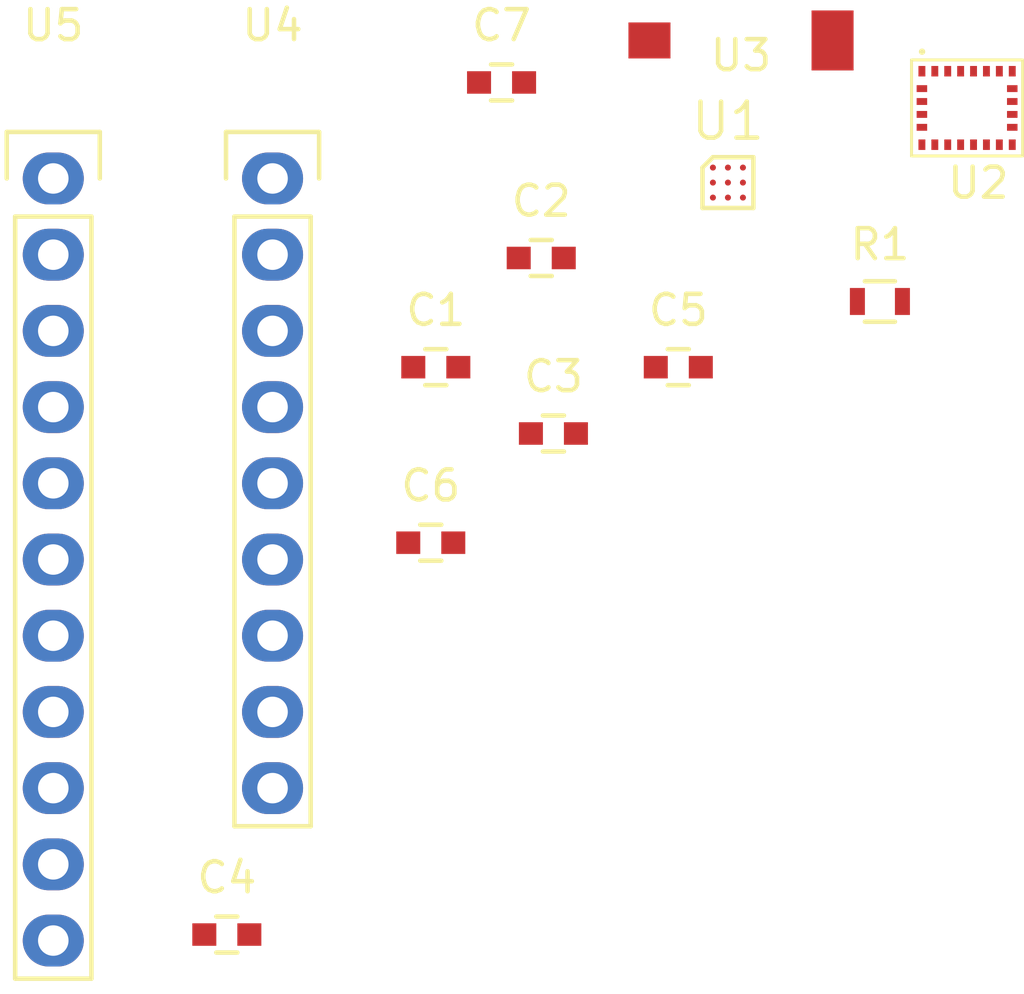
<source format=kicad_pcb>
(kicad_pcb (version 4) (host pcbnew 4.0.5)

  (general
    (links 44)
    (no_connects 44)
    (area 166.2906 102.5366 203.917305 136.6914)
    (thickness 1.6)
    (drawings 0)
    (tracks 0)
    (zones 0)
    (modules 13)
    (nets 28)
  )

  (page A4)
  (layers
    (0 F.Cu signal)
    (31 B.Cu signal)
    (34 B.Paste user)
    (35 F.Paste user)
    (36 B.SilkS user)
    (37 F.SilkS user)
    (38 B.Mask user)
    (39 F.Mask user)
    (44 Edge.Cuts user)
  )

  (setup
    (last_trace_width 0.1524)
    (trace_clearance 0.1524)
    (zone_clearance 0.508)
    (zone_45_only no)
    (trace_min 0.1524)
    (segment_width 0.2)
    (edge_width 0.1)
    (via_size 0.6858)
    (via_drill 0.3302)
    (via_min_size 0.6858)
    (via_min_drill 0.3302)
    (uvia_size 0.762)
    (uvia_drill 0.1)
    (uvias_allowed no)
    (uvia_min_size 0)
    (uvia_min_drill 0)
    (pcb_text_width 0.3)
    (pcb_text_size 1.5 1.5)
    (mod_edge_width 0.15)
    (mod_text_size 1 1)
    (mod_text_width 0.15)
    (pad_size 1.5 1.5)
    (pad_drill 0.6)
    (pad_to_mask_clearance 0)
    (aux_axis_origin 0 0)
    (visible_elements FFFFFF7F)
    (pcbplotparams
      (layerselection 0x00030_80000001)
      (usegerberextensions false)
      (excludeedgelayer true)
      (linewidth 0.100000)
      (plotframeref false)
      (viasonmask false)
      (mode 1)
      (useauxorigin false)
      (hpglpennumber 1)
      (hpglpenspeed 20)
      (hpglpendiameter 15)
      (hpglpenoverlay 2)
      (psnegative false)
      (psa4output false)
      (plotreference true)
      (plotvalue true)
      (plotinvisibletext false)
      (padsonsilk false)
      (subtractmaskfromsilk false)
      (outputformat 1)
      (mirror false)
      (drillshape 1)
      (scaleselection 1)
      (outputdirectory ""))
  )

  (net 0 "")
  (net 1 +3V3)
  (net 2 Earth)
  (net 3 "Net-(C2-Pad1)")
  (net 4 "Net-(C3-Pad2)")
  (net 5 "Net-(C4-Pad2)")
  (net 6 "Net-(C7-Pad1)")
  (net 7 "Net-(R1-Pad1)")
  (net 8 "Net-(U1-PadC1)")
  (net 9 "Net-(U1-PadA2)")
  (net 10 "Net-(U1-PadC2)")
  (net 11 "Net-(U1-PadA3)")
  (net 12 "Net-(U2-Pad2)")
  (net 13 "Net-(U2-Pad4)")
  (net 14 "Net-(U2-Pad5)")
  (net 15 "Net-(U2-Pad9)")
  (net 16 "Net-(U2-Pad8)")
  (net 17 "Net-(U2-Pad7)")
  (net 18 "Net-(U2-Pad6)")
  (net 19 "Net-(U2-Pad10)")
  (net 20 "Net-(U2-Pad11)")
  (net 21 "Net-(U2-Pad12)")
  (net 22 "Net-(U2-Pad13)")
  (net 23 "Net-(U4-PadL5)")
  (net 24 "Net-(U4-PadL4)")
  (net 25 "Net-(U4-PadL3)")
  (net 26 "Net-(U5-Pad5)")
  (net 27 "Net-(U5-Pad0)")

  (net_class Default "This is the default net class."
    (clearance 0.1524)
    (trace_width 0.1524)
    (via_dia 0.6858)
    (via_drill 0.3302)
    (uvia_dia 0.762)
    (uvia_drill 0.1)
    (add_net +3V3)
    (add_net Earth)
    (add_net "Net-(C2-Pad1)")
    (add_net "Net-(C3-Pad2)")
    (add_net "Net-(C4-Pad2)")
    (add_net "Net-(C7-Pad1)")
    (add_net "Net-(R1-Pad1)")
    (add_net "Net-(U1-PadA2)")
    (add_net "Net-(U1-PadA3)")
    (add_net "Net-(U1-PadC1)")
    (add_net "Net-(U1-PadC2)")
    (add_net "Net-(U2-Pad10)")
    (add_net "Net-(U2-Pad11)")
    (add_net "Net-(U2-Pad12)")
    (add_net "Net-(U2-Pad13)")
    (add_net "Net-(U2-Pad2)")
    (add_net "Net-(U2-Pad4)")
    (add_net "Net-(U2-Pad5)")
    (add_net "Net-(U2-Pad6)")
    (add_net "Net-(U2-Pad7)")
    (add_net "Net-(U2-Pad8)")
    (add_net "Net-(U2-Pad9)")
    (add_net "Net-(U4-PadL3)")
    (add_net "Net-(U4-PadL4)")
    (add_net "Net-(U4-PadL5)")
    (add_net "Net-(U5-Pad0)")
    (add_net "Net-(U5-Pad5)")
  )

  (module Capacitors_SMD:C_0603 (layer F.Cu) (tedit 5415D631) (tstamp 5A402197)
    (at 182.685857 114.854)
    (descr "Capacitor SMD 0603, reflow soldering, AVX (see smccp.pdf)")
    (tags "capacitor 0603")
    (path /5A35C3F9)
    (attr smd)
    (fp_text reference C1 (at 0 -1.9) (layer F.SilkS)
      (effects (font (size 1 1) (thickness 0.15)))
    )
    (fp_text value 0.1u (at 0 1.9) (layer F.Fab)
      (effects (font (size 1 1) (thickness 0.15)))
    )
    (fp_line (start -0.8 0.4) (end -0.8 -0.4) (layer F.Fab) (width 0.15))
    (fp_line (start 0.8 0.4) (end -0.8 0.4) (layer F.Fab) (width 0.15))
    (fp_line (start 0.8 -0.4) (end 0.8 0.4) (layer F.Fab) (width 0.15))
    (fp_line (start -0.8 -0.4) (end 0.8 -0.4) (layer F.Fab) (width 0.15))
    (fp_line (start -1.45 -0.75) (end 1.45 -0.75) (layer F.CrtYd) (width 0.05))
    (fp_line (start -1.45 0.75) (end 1.45 0.75) (layer F.CrtYd) (width 0.05))
    (fp_line (start -1.45 -0.75) (end -1.45 0.75) (layer F.CrtYd) (width 0.05))
    (fp_line (start 1.45 -0.75) (end 1.45 0.75) (layer F.CrtYd) (width 0.05))
    (fp_line (start -0.35 -0.6) (end 0.35 -0.6) (layer F.SilkS) (width 0.15))
    (fp_line (start 0.35 0.6) (end -0.35 0.6) (layer F.SilkS) (width 0.15))
    (pad 1 smd rect (at -0.75 0) (size 0.8 0.75) (layers F.Cu F.Paste F.Mask)
      (net 1 +3V3))
    (pad 2 smd rect (at 0.75 0) (size 0.8 0.75) (layers F.Cu F.Paste F.Mask)
      (net 2 Earth))
    (model Capacitors_SMD.3dshapes/C_0603.wrl
      (at (xyz 0 0 0))
      (scale (xyz 1 1 1))
      (rotate (xyz 0 0 0))
    )
  )

  (module Capacitors_SMD:C_0603 (layer F.Cu) (tedit 5415D631) (tstamp 5A4021A7)
    (at 186.198001 111.214)
    (descr "Capacitor SMD 0603, reflow soldering, AVX (see smccp.pdf)")
    (tags "capacitor 0603")
    (path /5A35BFCA)
    (attr smd)
    (fp_text reference C2 (at 0 -1.9) (layer F.SilkS)
      (effects (font (size 1 1) (thickness 0.15)))
    )
    (fp_text value 1u (at 0 1.9) (layer F.Fab)
      (effects (font (size 1 1) (thickness 0.15)))
    )
    (fp_line (start -0.8 0.4) (end -0.8 -0.4) (layer F.Fab) (width 0.15))
    (fp_line (start 0.8 0.4) (end -0.8 0.4) (layer F.Fab) (width 0.15))
    (fp_line (start 0.8 -0.4) (end 0.8 0.4) (layer F.Fab) (width 0.15))
    (fp_line (start -0.8 -0.4) (end 0.8 -0.4) (layer F.Fab) (width 0.15))
    (fp_line (start -1.45 -0.75) (end 1.45 -0.75) (layer F.CrtYd) (width 0.05))
    (fp_line (start -1.45 0.75) (end 1.45 0.75) (layer F.CrtYd) (width 0.05))
    (fp_line (start -1.45 -0.75) (end -1.45 0.75) (layer F.CrtYd) (width 0.05))
    (fp_line (start 1.45 -0.75) (end 1.45 0.75) (layer F.CrtYd) (width 0.05))
    (fp_line (start -0.35 -0.6) (end 0.35 -0.6) (layer F.SilkS) (width 0.15))
    (fp_line (start 0.35 0.6) (end -0.35 0.6) (layer F.SilkS) (width 0.15))
    (pad 1 smd rect (at -0.75 0) (size 0.8 0.75) (layers F.Cu F.Paste F.Mask)
      (net 3 "Net-(C2-Pad1)"))
    (pad 2 smd rect (at 0.75 0) (size 0.8 0.75) (layers F.Cu F.Paste F.Mask)
      (net 2 Earth))
    (model Capacitors_SMD.3dshapes/C_0603.wrl
      (at (xyz 0 0 0))
      (scale (xyz 1 1 1))
      (rotate (xyz 0 0 0))
    )
  )

  (module Capacitors_SMD:C_0603 (layer F.Cu) (tedit 5415D631) (tstamp 5A4021B7)
    (at 186.603952 117.064)
    (descr "Capacitor SMD 0603, reflow soldering, AVX (see smccp.pdf)")
    (tags "capacitor 0603")
    (path /5A3726A0)
    (attr smd)
    (fp_text reference C3 (at 0 -1.9) (layer F.SilkS)
      (effects (font (size 1 1) (thickness 0.15)))
    )
    (fp_text value 100n (at 0 1.9) (layer F.Fab)
      (effects (font (size 1 1) (thickness 0.15)))
    )
    (fp_line (start -0.8 0.4) (end -0.8 -0.4) (layer F.Fab) (width 0.15))
    (fp_line (start 0.8 0.4) (end -0.8 0.4) (layer F.Fab) (width 0.15))
    (fp_line (start 0.8 -0.4) (end 0.8 0.4) (layer F.Fab) (width 0.15))
    (fp_line (start -0.8 -0.4) (end 0.8 -0.4) (layer F.Fab) (width 0.15))
    (fp_line (start -1.45 -0.75) (end 1.45 -0.75) (layer F.CrtYd) (width 0.05))
    (fp_line (start -1.45 0.75) (end 1.45 0.75) (layer F.CrtYd) (width 0.05))
    (fp_line (start -1.45 -0.75) (end -1.45 0.75) (layer F.CrtYd) (width 0.05))
    (fp_line (start 1.45 -0.75) (end 1.45 0.75) (layer F.CrtYd) (width 0.05))
    (fp_line (start -0.35 -0.6) (end 0.35 -0.6) (layer F.SilkS) (width 0.15))
    (fp_line (start 0.35 0.6) (end -0.35 0.6) (layer F.SilkS) (width 0.15))
    (pad 1 smd rect (at -0.75 0) (size 0.8 0.75) (layers F.Cu F.Paste F.Mask)
      (net 2 Earth))
    (pad 2 smd rect (at 0.75 0) (size 0.8 0.75) (layers F.Cu F.Paste F.Mask)
      (net 4 "Net-(C3-Pad2)"))
    (model Capacitors_SMD.3dshapes/C_0603.wrl
      (at (xyz 0 0 0))
      (scale (xyz 1 1 1))
      (rotate (xyz 0 0 0))
    )
  )

  (module Capacitors_SMD:C_0603 (layer F.Cu) (tedit 5415D631) (tstamp 5A4021C7)
    (at 175.723952 133.764)
    (descr "Capacitor SMD 0603, reflow soldering, AVX (see smccp.pdf)")
    (tags "capacitor 0603")
    (path /5A371D96)
    (attr smd)
    (fp_text reference C4 (at 0 -1.9) (layer F.SilkS)
      (effects (font (size 1 1) (thickness 0.15)))
    )
    (fp_text value 100n (at 0 1.9) (layer F.Fab)
      (effects (font (size 1 1) (thickness 0.15)))
    )
    (fp_line (start -0.8 0.4) (end -0.8 -0.4) (layer F.Fab) (width 0.15))
    (fp_line (start 0.8 0.4) (end -0.8 0.4) (layer F.Fab) (width 0.15))
    (fp_line (start 0.8 -0.4) (end 0.8 0.4) (layer F.Fab) (width 0.15))
    (fp_line (start -0.8 -0.4) (end 0.8 -0.4) (layer F.Fab) (width 0.15))
    (fp_line (start -1.45 -0.75) (end 1.45 -0.75) (layer F.CrtYd) (width 0.05))
    (fp_line (start -1.45 0.75) (end 1.45 0.75) (layer F.CrtYd) (width 0.05))
    (fp_line (start -1.45 -0.75) (end -1.45 0.75) (layer F.CrtYd) (width 0.05))
    (fp_line (start 1.45 -0.75) (end 1.45 0.75) (layer F.CrtYd) (width 0.05))
    (fp_line (start -0.35 -0.6) (end 0.35 -0.6) (layer F.SilkS) (width 0.15))
    (fp_line (start 0.35 0.6) (end -0.35 0.6) (layer F.SilkS) (width 0.15))
    (pad 1 smd rect (at -0.75 0) (size 0.8 0.75) (layers F.Cu F.Paste F.Mask)
      (net 2 Earth))
    (pad 2 smd rect (at 0.75 0) (size 0.8 0.75) (layers F.Cu F.Paste F.Mask)
      (net 5 "Net-(C4-Pad2)"))
    (model Capacitors_SMD.3dshapes/C_0603.wrl
      (at (xyz 0 0 0))
      (scale (xyz 1 1 1))
      (rotate (xyz 0 0 0))
    )
  )

  (module Capacitors_SMD:C_0603 (layer F.Cu) (tedit 5415D631) (tstamp 5A4021D7)
    (at 190.763952 114.854)
    (descr "Capacitor SMD 0603, reflow soldering, AVX (see smccp.pdf)")
    (tags "capacitor 0603")
    (path /5A3725F1)
    (attr smd)
    (fp_text reference C5 (at 0 -1.9) (layer F.SilkS)
      (effects (font (size 1 1) (thickness 0.15)))
    )
    (fp_text value 100n (at 0 1.9) (layer F.Fab)
      (effects (font (size 1 1) (thickness 0.15)))
    )
    (fp_line (start -0.8 0.4) (end -0.8 -0.4) (layer F.Fab) (width 0.15))
    (fp_line (start 0.8 0.4) (end -0.8 0.4) (layer F.Fab) (width 0.15))
    (fp_line (start 0.8 -0.4) (end 0.8 0.4) (layer F.Fab) (width 0.15))
    (fp_line (start -0.8 -0.4) (end 0.8 -0.4) (layer F.Fab) (width 0.15))
    (fp_line (start -1.45 -0.75) (end 1.45 -0.75) (layer F.CrtYd) (width 0.05))
    (fp_line (start -1.45 0.75) (end 1.45 0.75) (layer F.CrtYd) (width 0.05))
    (fp_line (start -1.45 -0.75) (end -1.45 0.75) (layer F.CrtYd) (width 0.05))
    (fp_line (start 1.45 -0.75) (end 1.45 0.75) (layer F.CrtYd) (width 0.05))
    (fp_line (start -0.35 -0.6) (end 0.35 -0.6) (layer F.SilkS) (width 0.15))
    (fp_line (start 0.35 0.6) (end -0.35 0.6) (layer F.SilkS) (width 0.15))
    (pad 1 smd rect (at -0.75 0) (size 0.8 0.75) (layers F.Cu F.Paste F.Mask)
      (net 5 "Net-(C4-Pad2)"))
    (pad 2 smd rect (at 0.75 0) (size 0.8 0.75) (layers F.Cu F.Paste F.Mask)
      (net 2 Earth))
    (model Capacitors_SMD.3dshapes/C_0603.wrl
      (at (xyz 0 0 0))
      (scale (xyz 1 1 1))
      (rotate (xyz 0 0 0))
    )
  )

  (module Capacitors_SMD:C_0603 (layer F.Cu) (tedit 5415D631) (tstamp 5A4021E7)
    (at 182.518001 120.704)
    (descr "Capacitor SMD 0603, reflow soldering, AVX (see smccp.pdf)")
    (tags "capacitor 0603")
    (path /5A372646)
    (attr smd)
    (fp_text reference C6 (at 0 -1.9) (layer F.SilkS)
      (effects (font (size 1 1) (thickness 0.15)))
    )
    (fp_text value 10u (at 0 1.9) (layer F.Fab)
      (effects (font (size 1 1) (thickness 0.15)))
    )
    (fp_line (start -0.8 0.4) (end -0.8 -0.4) (layer F.Fab) (width 0.15))
    (fp_line (start 0.8 0.4) (end -0.8 0.4) (layer F.Fab) (width 0.15))
    (fp_line (start 0.8 -0.4) (end 0.8 0.4) (layer F.Fab) (width 0.15))
    (fp_line (start -0.8 -0.4) (end 0.8 -0.4) (layer F.Fab) (width 0.15))
    (fp_line (start -1.45 -0.75) (end 1.45 -0.75) (layer F.CrtYd) (width 0.05))
    (fp_line (start -1.45 0.75) (end 1.45 0.75) (layer F.CrtYd) (width 0.05))
    (fp_line (start -1.45 -0.75) (end -1.45 0.75) (layer F.CrtYd) (width 0.05))
    (fp_line (start 1.45 -0.75) (end 1.45 0.75) (layer F.CrtYd) (width 0.05))
    (fp_line (start -0.35 -0.6) (end 0.35 -0.6) (layer F.SilkS) (width 0.15))
    (fp_line (start 0.35 0.6) (end -0.35 0.6) (layer F.SilkS) (width 0.15))
    (pad 1 smd rect (at -0.75 0) (size 0.8 0.75) (layers F.Cu F.Paste F.Mask)
      (net 5 "Net-(C4-Pad2)"))
    (pad 2 smd rect (at 0.75 0) (size 0.8 0.75) (layers F.Cu F.Paste F.Mask)
      (net 2 Earth))
    (model Capacitors_SMD.3dshapes/C_0603.wrl
      (at (xyz 0 0 0))
      (scale (xyz 1 1 1))
      (rotate (xyz 0 0 0))
    )
  )

  (module Capacitors_SMD:C_0603 (layer F.Cu) (tedit 5415D631) (tstamp 5A4021F7)
    (at 184.876334 105.364)
    (descr "Capacitor SMD 0603, reflow soldering, AVX (see smccp.pdf)")
    (tags "capacitor 0603")
    (path /5A372C70)
    (attr smd)
    (fp_text reference C7 (at 0 -1.9) (layer F.SilkS)
      (effects (font (size 1 1) (thickness 0.15)))
    )
    (fp_text value "10n (16V)" (at 0 1.9) (layer F.Fab)
      (effects (font (size 1 1) (thickness 0.15)))
    )
    (fp_line (start -0.8 0.4) (end -0.8 -0.4) (layer F.Fab) (width 0.15))
    (fp_line (start 0.8 0.4) (end -0.8 0.4) (layer F.Fab) (width 0.15))
    (fp_line (start 0.8 -0.4) (end 0.8 0.4) (layer F.Fab) (width 0.15))
    (fp_line (start -0.8 -0.4) (end 0.8 -0.4) (layer F.Fab) (width 0.15))
    (fp_line (start -1.45 -0.75) (end 1.45 -0.75) (layer F.CrtYd) (width 0.05))
    (fp_line (start -1.45 0.75) (end 1.45 0.75) (layer F.CrtYd) (width 0.05))
    (fp_line (start -1.45 -0.75) (end -1.45 0.75) (layer F.CrtYd) (width 0.05))
    (fp_line (start 1.45 -0.75) (end 1.45 0.75) (layer F.CrtYd) (width 0.05))
    (fp_line (start -0.35 -0.6) (end 0.35 -0.6) (layer F.SilkS) (width 0.15))
    (fp_line (start 0.35 0.6) (end -0.35 0.6) (layer F.SilkS) (width 0.15))
    (pad 1 smd rect (at -0.75 0) (size 0.8 0.75) (layers F.Cu F.Paste F.Mask)
      (net 6 "Net-(C7-Pad1)"))
    (pad 2 smd rect (at 0.75 0) (size 0.8 0.75) (layers F.Cu F.Paste F.Mask)
      (net 2 Earth))
    (model Capacitors_SMD.3dshapes/C_0603.wrl
      (at (xyz 0 0 0))
      (scale (xyz 1 1 1))
      (rotate (xyz 0 0 0))
    )
  )

  (module Resistors_SMD:R_0603 (layer F.Cu) (tedit 58307A47) (tstamp 5A402207)
    (at 197.480143 112.664)
    (descr "Resistor SMD 0603, reflow soldering, Vishay (see dcrcw.pdf)")
    (tags "resistor 0603")
    (path /5A35C6FD)
    (attr smd)
    (fp_text reference R1 (at 0 -1.9) (layer F.SilkS)
      (effects (font (size 1 1) (thickness 0.15)))
    )
    (fp_text value 15k (at 0 1.9) (layer F.Fab)
      (effects (font (size 1 1) (thickness 0.15)))
    )
    (fp_line (start -0.8 0.4) (end -0.8 -0.4) (layer F.Fab) (width 0.1))
    (fp_line (start 0.8 0.4) (end -0.8 0.4) (layer F.Fab) (width 0.1))
    (fp_line (start 0.8 -0.4) (end 0.8 0.4) (layer F.Fab) (width 0.1))
    (fp_line (start -0.8 -0.4) (end 0.8 -0.4) (layer F.Fab) (width 0.1))
    (fp_line (start -1.3 -0.8) (end 1.3 -0.8) (layer F.CrtYd) (width 0.05))
    (fp_line (start -1.3 0.8) (end 1.3 0.8) (layer F.CrtYd) (width 0.05))
    (fp_line (start -1.3 -0.8) (end -1.3 0.8) (layer F.CrtYd) (width 0.05))
    (fp_line (start 1.3 -0.8) (end 1.3 0.8) (layer F.CrtYd) (width 0.05))
    (fp_line (start 0.5 0.675) (end -0.5 0.675) (layer F.SilkS) (width 0.15))
    (fp_line (start -0.5 -0.675) (end 0.5 -0.675) (layer F.SilkS) (width 0.15))
    (pad 1 smd rect (at -0.75 0) (size 0.5 0.9) (layers F.Cu F.Paste F.Mask)
      (net 7 "Net-(R1-Pad1)"))
    (pad 2 smd rect (at 0.75 0) (size 0.5 0.9) (layers F.Cu F.Paste F.Mask)
      (net 2 Earth))
    (model Resistors_SMD.3dshapes/R_0603.wrl
      (at (xyz 0 0 0))
      (scale (xyz 1 1 1))
      (rotate (xyz 0 0 0))
    )
  )

  (module lighthouse:TS4231 (layer F.Cu) (tedit 5A38B478) (tstamp 5A40221D)
    (at 192.417285 108.701)
    (path /5A35BE10)
    (fp_text reference U1 (at 0 -2.047) (layer F.SilkS)
      (effects (font (size 1.2 1.2) (thickness 0.15)))
    )
    (fp_text value TS4231 (at 0 2.047) (layer F.Fab)
      (effects (font (size 1.2 1.2) (thickness 0.15)))
    )
    (fp_line (start -0.5 -0.847) (end -0.847 -0.5) (layer F.SilkS) (width 0.15))
    (fp_line (start -0.847 -0.5) (end -0.847 0.847) (layer F.SilkS) (width 0.15))
    (fp_line (start -0.847 0.847) (end 0.847 0.847) (layer F.SilkS) (width 0.15))
    (fp_line (start 0.847 0.847) (end 0.847 -0.847) (layer F.SilkS) (width 0.15))
    (fp_line (start 0.847 -0.847) (end -0.5 -0.847) (layer F.SilkS) (width 0.15))
    (fp_line (start -0.997 -0.997) (end 0.997 -0.997) (layer F.CrtYd) (width 0.15))
    (fp_line (start 0.997 -0.997) (end 0.997 0.997) (layer F.CrtYd) (width 0.15))
    (fp_line (start 0.997 0.997) (end -0.997 0.997) (layer F.CrtYd) (width 0.15))
    (fp_line (start -0.997 0.997) (end -0.997 -0.997) (layer F.CrtYd) (width 0.15))
    (pad A1 smd circle (at -0.5 -0.5) (size 0.2 0.2) (layers F.Cu F.Paste F.Mask)
      (net 3 "Net-(C2-Pad1)"))
    (pad B1 smd circle (at -0.5 0) (size 0.2 0.2) (layers F.Cu F.Paste F.Mask)
      (net 7 "Net-(R1-Pad1)"))
    (pad C1 smd circle (at -0.5 0.5) (size 0.2 0.2) (layers F.Cu F.Paste F.Mask)
      (net 8 "Net-(U1-PadC1)"))
    (pad A2 smd circle (at 0 -0.5) (size 0.2 0.2) (layers F.Cu F.Paste F.Mask)
      (net 9 "Net-(U1-PadA2)"))
    (pad B2 smd circle (at 0 0) (size 0.2 0.2) (layers F.Cu F.Paste F.Mask)
      (net 2 Earth))
    (pad C2 smd circle (at 0 0.5) (size 0.2 0.2) (layers F.Cu F.Paste F.Mask)
      (net 10 "Net-(U1-PadC2)"))
    (pad A3 smd circle (at 0.5 -0.5) (size 0.2 0.2) (layers F.Cu F.Paste F.Mask)
      (net 11 "Net-(U1-PadA3)"))
    (pad B3 smd circle (at 0.5 0) (size 0.2 0.2) (layers F.Cu F.Paste F.Mask)
      (net 2 Earth))
    (pad C3 smd circle (at 0.5 0.5) (size 0.2 0.2) (layers F.Cu F.Paste F.Mask)
      (net 1 +3V3))
  )

  (module lighthouse:LSM9DS1 (layer F.Cu) (tedit 5984054E) (tstamp 5A40223E)
    (at 200.383952 106.214)
    (path /5A2DF0A9)
    (fp_text reference U2 (at 0.375 2.5) (layer F.SilkS)
      (effects (font (size 1 1) (thickness 0.15)))
    )
    (fp_text value LSM9DS1 (at 0 -2.75) (layer F.Fab)
      (effects (font (size 1 1) (thickness 0.15)))
    )
    (fp_line (start 1.85 1.6) (end -1.85 1.6) (layer F.SilkS) (width 0.1))
    (fp_line (start 1.85 -1.6) (end 1.85 1.6) (layer F.SilkS) (width 0.1))
    (fp_circle (center -1.5 -1.875) (end -1.45 -1.9) (layer F.SilkS) (width 0.1))
    (fp_line (start -1.85 -1.6) (end -1.85 1.6) (layer F.SilkS) (width 0.1))
    (fp_line (start 1.85 -1.6) (end -1.85 -1.6) (layer F.SilkS) (width 0.1))
    (pad 22 smd rect (at -0.215 -1.225 270) (size 0.35 0.23) (layers F.Cu F.Paste F.Mask)
      (net 5 "Net-(C4-Pad2)"))
    (pad 23 smd rect (at -0.645 -1.225 270) (size 0.35 0.23) (layers F.Cu F.Paste F.Mask)
      (net 5 "Net-(C4-Pad2)"))
    (pad 24 smd rect (at -1.075 -1.225 270) (size 0.35 0.23) (layers F.Cu F.Paste F.Mask)
      (net 4 "Net-(C3-Pad2)"))
    (pad 1 smd rect (at -1.505 -1.225 270) (size 0.35 0.23) (layers F.Cu F.Paste F.Mask)
      (net 5 "Net-(C4-Pad2)"))
    (pad 21 smd rect (at 0.215 -1.225 270) (size 0.35 0.23) (layers F.Cu F.Paste F.Mask)
      (net 6 "Net-(C7-Pad1)"))
    (pad 20 smd rect (at 0.645 -1.225 270) (size 0.35 0.23) (layers F.Cu F.Paste F.Mask)
      (net 2 Earth))
    (pad 19 smd rect (at 1.075 -1.225 270) (size 0.35 0.23) (layers F.Cu F.Paste F.Mask)
      (net 2 Earth))
    (pad 18 smd rect (at 1.505 -1.225 270) (size 0.35 0.23) (layers F.Cu F.Paste F.Mask)
      (net 2 Earth))
    (pad 2 smd rect (at -1.505 -0.645 180) (size 0.35 0.23) (layers F.Cu F.Paste F.Mask)
      (net 12 "Net-(U2-Pad2)"))
    (pad 3 smd rect (at -1.505 -0.215) (size 0.35 0.23) (layers F.Cu F.Paste F.Mask)
      (net 5 "Net-(C4-Pad2)"))
    (pad 4 smd rect (at -1.505 0.215) (size 0.35 0.23) (layers F.Cu F.Paste F.Mask)
      (net 13 "Net-(U2-Pad4)"))
    (pad 5 smd rect (at -1.505 0.645) (size 0.35 0.23) (layers F.Cu F.Paste F.Mask)
      (net 14 "Net-(U2-Pad5)"))
    (pad 9 smd rect (at -0.215 1.225 90) (size 0.35 0.23) (layers F.Cu F.Paste F.Mask)
      (net 15 "Net-(U2-Pad9)"))
    (pad 8 smd rect (at -0.645 1.225 90) (size 0.35 0.23) (layers F.Cu F.Paste F.Mask)
      (net 16 "Net-(U2-Pad8)"))
    (pad 7 smd rect (at -1.075 1.225 90) (size 0.35 0.23) (layers F.Cu F.Paste F.Mask)
      (net 17 "Net-(U2-Pad7)"))
    (pad 6 smd rect (at -1.505 1.225 90) (size 0.35 0.23) (layers F.Cu F.Paste F.Mask)
      (net 18 "Net-(U2-Pad6)"))
    (pad 10 smd rect (at 0.215 1.225 90) (size 0.35 0.23) (layers F.Cu F.Paste F.Mask)
      (net 19 "Net-(U2-Pad10)"))
    (pad 11 smd rect (at 0.645 1.225 90) (size 0.35 0.23) (layers F.Cu F.Paste F.Mask)
      (net 20 "Net-(U2-Pad11)"))
    (pad 12 smd rect (at 1.075 1.225 90) (size 0.35 0.23) (layers F.Cu F.Paste F.Mask)
      (net 21 "Net-(U2-Pad12)"))
    (pad 13 smd rect (at 1.505 1.225 90) (size 0.35 0.23) (layers F.Cu F.Paste F.Mask)
      (net 22 "Net-(U2-Pad13)"))
    (pad 16 smd rect (at 1.505 -0.215 180) (size 0.35 0.23) (layers F.Cu F.Paste F.Mask)
      (net 2 Earth))
    (pad 17 smd rect (at 1.505 -0.645 180) (size 0.35 0.23) (layers F.Cu F.Paste F.Mask)
      (net 2 Earth))
    (pad 15 smd rect (at 1.505 0.215 180) (size 0.35 0.23) (layers F.Cu F.Paste F.Mask)
      (net 2 Earth))
    (pad 14 smd rect (at 1.505 0.645 180) (size 0.35 0.23) (layers F.Cu F.Paste F.Mask)
      (net 2 Earth))
  )

  (module lighthouse:BPW34S (layer F.Cu) (tedit 5A401E7D) (tstamp 5A402244)
    (at 192.853 103.964)
    (path /5A2DF031)
    (fp_text reference U3 (at 0 0.5) (layer F.SilkS)
      (effects (font (size 1 1) (thickness 0.15)))
    )
    (fp_text value BPW34S (at 0 -0.5) (layer F.Fab)
      (effects (font (size 1 1) (thickness 0.15)))
    )
    (pad 0 smd rect (at -3.05 0) (size 1.4 1.2) (layers F.Cu F.Paste F.Mask)
      (net 9 "Net-(U1-PadA2)"))
    (pad 1 smd rect (at 3.05 0) (size 1.4 2) (layers F.Cu F.Paste F.Mask)
      (net 11 "Net-(U1-PadA3)"))
  )

  (module lighthouse:ESP32-L (layer F.Cu) (tedit 5A401566) (tstamp 5A40225C)
    (at 177.247762 108.564)
    (descr "Through hole pin header")
    (tags "pin header")
    (path /5A35BBE3)
    (fp_text reference U4 (at 0 -5.1) (layer F.SilkS)
      (effects (font (size 1 1) (thickness 0.15)))
    )
    (fp_text value ESP32-L (at 0 -3.1) (layer F.Fab)
      (effects (font (size 1 1) (thickness 0.15)))
    )
    (fp_line (start -1.75 -1.75) (end -1.75 22.1) (layer F.CrtYd) (width 0.05))
    (fp_line (start 1.75 -1.75) (end 1.75 22.1) (layer F.CrtYd) (width 0.05))
    (fp_line (start -1.75 -1.75) (end 1.75 -1.75) (layer F.CrtYd) (width 0.05))
    (fp_line (start -1.75 22.1) (end 1.75 22.1) (layer F.CrtYd) (width 0.05))
    (fp_line (start 1.27 1.27) (end 1.27 21.59) (layer F.SilkS) (width 0.15))
    (fp_line (start 1.27 21.59) (end -1.27 21.59) (layer F.SilkS) (width 0.15))
    (fp_line (start -1.27 21.59) (end -1.27 1.27) (layer F.SilkS) (width 0.15))
    (fp_line (start 1.55 -1.55) (end 1.55 0) (layer F.SilkS) (width 0.15))
    (fp_line (start 1.27 1.27) (end -1.27 1.27) (layer F.SilkS) (width 0.15))
    (fp_line (start -1.55 0) (end -1.55 -1.55) (layer F.SilkS) (width 0.15))
    (fp_line (start -1.55 -1.55) (end 1.55 -1.55) (layer F.SilkS) (width 0.15))
    (pad 25 thru_hole oval (at 0 0) (size 2.032 1.7272) (drill 1.016) (layers *.Cu *.Mask)
      (net 8 "Net-(U1-PadC1)"))
    (pad 26 thru_hole oval (at 0 2.54) (size 2.032 1.7272) (drill 1.016) (layers *.Cu *.Mask)
      (net 10 "Net-(U1-PadC2)"))
    (pad 27 thru_hole oval (at 0 5.08) (size 2.032 1.7272) (drill 1.016) (layers *.Cu *.Mask)
      (net 19 "Net-(U2-Pad10)"))
    (pad 14 thru_hole oval (at 0 7.62) (size 2.032 1.7272) (drill 1.016) (layers *.Cu *.Mask)
      (net 20 "Net-(U2-Pad11)"))
    (pad 12 thru_hole oval (at 0 10.16) (size 2.032 1.7272) (drill 1.016) (layers *.Cu *.Mask)
      (net 21 "Net-(U2-Pad12)"))
    (pad 13 thru_hole oval (at 0 12.7) (size 2.032 1.7272) (drill 1.016) (layers *.Cu *.Mask)
      (net 22 "Net-(U2-Pad13)"))
    (pad L5 thru_hole oval (at 0 15.24) (size 2.032 1.7272) (drill 1.016) (layers *.Cu *.Mask)
      (net 23 "Net-(U4-PadL5)"))
    (pad L4 thru_hole oval (at 0 17.78) (size 2.032 1.7272) (drill 1.016) (layers *.Cu *.Mask)
      (net 24 "Net-(U4-PadL4)"))
    (pad L3 thru_hole oval (at 0 20.32) (size 2.032 1.7272) (drill 1.016) (layers *.Cu *.Mask)
      (net 25 "Net-(U4-PadL3)"))
    (model Pin_Headers.3dshapes/Pin_Header_Straight_1x09.wrl
      (at (xyz 0 -0.4 0))
      (scale (xyz 1 1 1))
      (rotate (xyz 0 0 90))
    )
  )

  (module lighthouse:ESP32-R (layer F.Cu) (tedit 5A401665) (tstamp 5A402276)
    (at 169.943 108.564)
    (descr "Through hole pin header")
    (tags "pin header")
    (path /5A35C297)
    (fp_text reference U5 (at 0 -5.1) (layer F.SilkS)
      (effects (font (size 1 1) (thickness 0.15)))
    )
    (fp_text value ESP32-R (at 0 -3.1) (layer F.Fab)
      (effects (font (size 1 1) (thickness 0.15)))
    )
    (fp_line (start -1.75 -1.75) (end -1.75 27.15) (layer F.CrtYd) (width 0.05))
    (fp_line (start 1.75 -1.75) (end 1.75 27.15) (layer F.CrtYd) (width 0.05))
    (fp_line (start -1.75 -1.75) (end 1.75 -1.75) (layer F.CrtYd) (width 0.05))
    (fp_line (start -1.75 27.15) (end 1.75 27.15) (layer F.CrtYd) (width 0.05))
    (fp_line (start 1.27 1.27) (end 1.27 26.67) (layer F.SilkS) (width 0.15))
    (fp_line (start 1.27 26.67) (end -1.27 26.67) (layer F.SilkS) (width 0.15))
    (fp_line (start -1.27 26.67) (end -1.27 1.27) (layer F.SilkS) (width 0.15))
    (fp_line (start 1.55 -1.55) (end 1.55 0) (layer F.SilkS) (width 0.15))
    (fp_line (start 1.27 1.27) (end -1.27 1.27) (layer F.SilkS) (width 0.15))
    (fp_line (start -1.55 0) (end -1.55 -1.55) (layer F.SilkS) (width 0.15))
    (fp_line (start -1.55 -1.55) (end 1.55 -1.55) (layer F.SilkS) (width 0.15))
    (pad 23 thru_hole oval (at 0 0) (size 2.032 1.7272) (drill 1.016) (layers *.Cu *.Mask)
      (net 15 "Net-(U2-Pad9)"))
    (pad 18 thru_hole oval (at 0 2.54) (size 2.032 1.7272) (drill 1.016) (layers *.Cu *.Mask)
      (net 16 "Net-(U2-Pad8)"))
    (pad 5 thru_hole oval (at 0 5.08) (size 2.032 1.7272) (drill 1.016) (layers *.Cu *.Mask)
      (net 26 "Net-(U5-Pad5)"))
    (pad 15 thru_hole oval (at 0 7.62) (size 2.032 1.7272) (drill 1.016) (layers *.Cu *.Mask)
      (net 17 "Net-(U2-Pad7)"))
    (pad 2 thru_hole oval (at 0 10.16) (size 2.032 1.7272) (drill 1.016) (layers *.Cu *.Mask)
      (net 18 "Net-(U2-Pad6)"))
    (pad 0 thru_hole oval (at 0 12.7) (size 2.032 1.7272) (drill 1.016) (layers *.Cu *.Mask)
      (net 27 "Net-(U5-Pad0)"))
    (pad 4 thru_hole oval (at 0 15.24) (size 2.032 1.7272) (drill 1.016) (layers *.Cu *.Mask)
      (net 14 "Net-(U2-Pad5)"))
    (pad 17 thru_hole oval (at 0 17.78) (size 2.032 1.7272) (drill 1.016) (layers *.Cu *.Mask)
      (net 13 "Net-(U2-Pad4)"))
    (pad 16 thru_hole oval (at 0 20.32) (size 2.032 1.7272) (drill 1.016) (layers *.Cu *.Mask)
      (net 12 "Net-(U2-Pad2)"))
    (pad R4 thru_hole oval (at 0 22.86) (size 2.032 1.7272) (drill 1.016) (layers *.Cu *.Mask)
      (net 5 "Net-(C4-Pad2)"))
    (pad R3 thru_hole oval (at 0 25.4) (size 2.032 1.7272) (drill 1.016) (layers *.Cu *.Mask)
      (net 2 Earth))
    (model Pin_Headers.3dshapes/Pin_Header_Straight_1x11.wrl
      (at (xyz 0 -0.5 0))
      (scale (xyz 1 1 1))
      (rotate (xyz 0 0 90))
    )
  )

)

</source>
